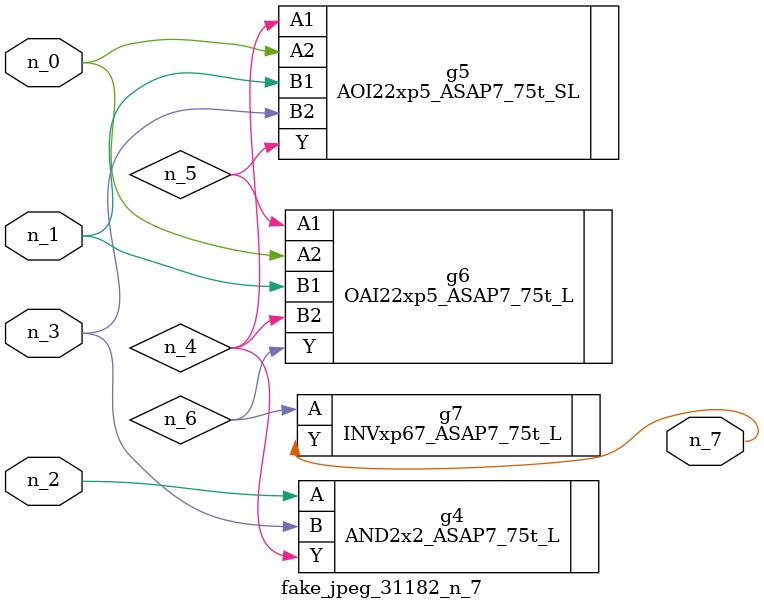
<source format=v>
module fake_jpeg_31182_n_7 (n_0, n_3, n_2, n_1, n_7);

input n_0;
input n_3;
input n_2;
input n_1;

output n_7;

wire n_4;
wire n_6;
wire n_5;

AND2x2_ASAP7_75t_L g4 ( 
.A(n_2),
.B(n_3),
.Y(n_4)
);

AOI22xp5_ASAP7_75t_SL g5 ( 
.A1(n_4),
.A2(n_0),
.B1(n_1),
.B2(n_3),
.Y(n_5)
);

OAI22xp5_ASAP7_75t_L g6 ( 
.A1(n_5),
.A2(n_0),
.B1(n_1),
.B2(n_4),
.Y(n_6)
);

INVxp67_ASAP7_75t_L g7 ( 
.A(n_6),
.Y(n_7)
);


endmodule
</source>
